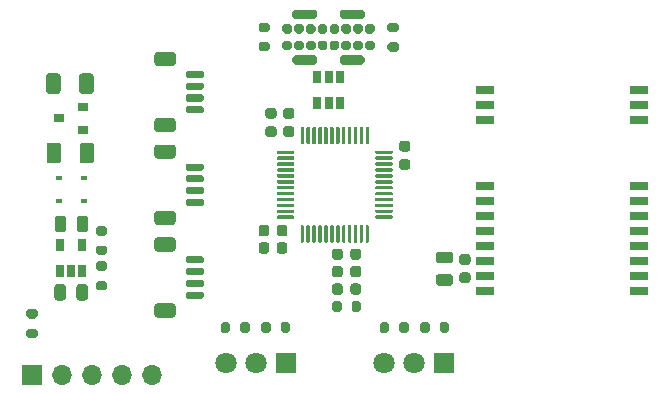
<source format=gbr>
%TF.GenerationSoftware,KiCad,Pcbnew,5.1.8-db9833491~87~ubuntu20.04.1*%
%TF.CreationDate,2020-11-23T17:51:26+01:00*%
%TF.ProjectId,rosalyn-tx,726f7361-6c79-46e2-9d74-782e6b696361,v1.0*%
%TF.SameCoordinates,Original*%
%TF.FileFunction,Soldermask,Top*%
%TF.FilePolarity,Negative*%
%FSLAX46Y46*%
G04 Gerber Fmt 4.6, Leading zero omitted, Abs format (unit mm)*
G04 Created by KiCad (PCBNEW 5.1.8-db9833491~87~ubuntu20.04.1) date 2020-11-23 17:51:26*
%MOMM*%
%LPD*%
G01*
G04 APERTURE LIST*
%ADD10R,1.500000X0.750000*%
%ADD11R,0.650000X1.060000*%
%ADD12R,0.900000X0.800000*%
%ADD13R,0.600000X0.450000*%
%ADD14R,1.700000X1.700000*%
%ADD15O,1.700000X1.700000*%
%ADD16C,1.800000*%
%ADD17R,1.800000X1.800000*%
G04 APERTURE END LIST*
%TO.C,J1*%
G36*
G01*
X145740000Y-48400000D02*
X145740000Y-48000000D01*
G75*
G02*
X145940000Y-47800000I200000J0D01*
G01*
X146340000Y-47800000D01*
G75*
G02*
X146540000Y-48000000I0J-200000D01*
G01*
X146540000Y-48400000D01*
G75*
G02*
X146340000Y-48600000I-200000J0D01*
G01*
X145940000Y-48600000D01*
G75*
G02*
X145740000Y-48400000I0J200000D01*
G01*
G37*
G36*
G01*
X148740000Y-47000000D02*
X148740000Y-46600000D01*
G75*
G02*
X148940000Y-46400000I200000J0D01*
G01*
X149340000Y-46400000D01*
G75*
G02*
X149540000Y-46600000I0J-200000D01*
G01*
X149540000Y-47000000D01*
G75*
G02*
X149340000Y-47200000I-200000J0D01*
G01*
X148940000Y-47200000D01*
G75*
G02*
X148740000Y-47000000I0J200000D01*
G01*
G37*
G36*
G01*
X144590000Y-49630000D02*
X144590000Y-49230000D01*
G75*
G02*
X144790000Y-49030000I200000J0D01*
G01*
X146490000Y-49030000D01*
G75*
G02*
X146690000Y-49230000I0J-200000D01*
G01*
X146690000Y-49630000D01*
G75*
G02*
X146490000Y-49830000I-200000J0D01*
G01*
X144790000Y-49830000D01*
G75*
G02*
X144590000Y-49630000I0J200000D01*
G01*
G37*
G36*
G01*
X148590000Y-49630000D02*
X148590000Y-49230000D01*
G75*
G02*
X148790000Y-49030000I200000J0D01*
G01*
X150490000Y-49030000D01*
G75*
G02*
X150690000Y-49230000I0J-200000D01*
G01*
X150690000Y-49630000D01*
G75*
G02*
X150490000Y-49830000I-200000J0D01*
G01*
X148790000Y-49830000D01*
G75*
G02*
X148590000Y-49630000I0J200000D01*
G01*
G37*
G36*
G01*
X148590000Y-45770000D02*
X148590000Y-45370000D01*
G75*
G02*
X148790000Y-45170000I200000J0D01*
G01*
X150490000Y-45170000D01*
G75*
G02*
X150690000Y-45370000I0J-200000D01*
G01*
X150690000Y-45770000D01*
G75*
G02*
X150490000Y-45970000I-200000J0D01*
G01*
X148790000Y-45970000D01*
G75*
G02*
X148590000Y-45770000I0J200000D01*
G01*
G37*
G36*
G01*
X144590000Y-45770000D02*
X144590000Y-45370000D01*
G75*
G02*
X144790000Y-45170000I200000J0D01*
G01*
X146490000Y-45170000D01*
G75*
G02*
X146690000Y-45370000I0J-200000D01*
G01*
X146690000Y-45770000D01*
G75*
G02*
X146490000Y-45970000I-200000J0D01*
G01*
X144790000Y-45970000D01*
G75*
G02*
X144590000Y-45770000I0J200000D01*
G01*
G37*
G36*
G01*
X150740000Y-47000000D02*
X150740000Y-46600000D01*
G75*
G02*
X150940000Y-46400000I200000J0D01*
G01*
X151340000Y-46400000D01*
G75*
G02*
X151540000Y-46600000I0J-200000D01*
G01*
X151540000Y-47000000D01*
G75*
G02*
X151340000Y-47200000I-200000J0D01*
G01*
X150940000Y-47200000D01*
G75*
G02*
X150740000Y-47000000I0J200000D01*
G01*
G37*
G36*
G01*
X149740000Y-47000000D02*
X149740000Y-46600000D01*
G75*
G02*
X149940000Y-46400000I200000J0D01*
G01*
X150340000Y-46400000D01*
G75*
G02*
X150540000Y-46600000I0J-200000D01*
G01*
X150540000Y-47000000D01*
G75*
G02*
X150340000Y-47200000I-200000J0D01*
G01*
X149940000Y-47200000D01*
G75*
G02*
X149740000Y-47000000I0J200000D01*
G01*
G37*
G36*
G01*
X147740000Y-47000000D02*
X147740000Y-46600000D01*
G75*
G02*
X147940000Y-46400000I200000J0D01*
G01*
X148340000Y-46400000D01*
G75*
G02*
X148540000Y-46600000I0J-200000D01*
G01*
X148540000Y-47000000D01*
G75*
G02*
X148340000Y-47200000I-200000J0D01*
G01*
X147940000Y-47200000D01*
G75*
G02*
X147740000Y-47000000I0J200000D01*
G01*
G37*
G36*
G01*
X146740000Y-47000000D02*
X146740000Y-46600000D01*
G75*
G02*
X146940000Y-46400000I200000J0D01*
G01*
X147340000Y-46400000D01*
G75*
G02*
X147540000Y-46600000I0J-200000D01*
G01*
X147540000Y-47000000D01*
G75*
G02*
X147340000Y-47200000I-200000J0D01*
G01*
X146940000Y-47200000D01*
G75*
G02*
X146740000Y-47000000I0J200000D01*
G01*
G37*
G36*
G01*
X145740000Y-47000000D02*
X145740000Y-46600000D01*
G75*
G02*
X145940000Y-46400000I200000J0D01*
G01*
X146340000Y-46400000D01*
G75*
G02*
X146540000Y-46600000I0J-200000D01*
G01*
X146540000Y-47000000D01*
G75*
G02*
X146340000Y-47200000I-200000J0D01*
G01*
X145940000Y-47200000D01*
G75*
G02*
X145740000Y-47000000I0J200000D01*
G01*
G37*
G36*
G01*
X144740000Y-47000000D02*
X144740000Y-46600000D01*
G75*
G02*
X144940000Y-46400000I200000J0D01*
G01*
X145340000Y-46400000D01*
G75*
G02*
X145540000Y-46600000I0J-200000D01*
G01*
X145540000Y-47000000D01*
G75*
G02*
X145340000Y-47200000I-200000J0D01*
G01*
X144940000Y-47200000D01*
G75*
G02*
X144740000Y-47000000I0J200000D01*
G01*
G37*
G36*
G01*
X143740000Y-47000000D02*
X143740000Y-46600000D01*
G75*
G02*
X143940000Y-46400000I200000J0D01*
G01*
X144340000Y-46400000D01*
G75*
G02*
X144540000Y-46600000I0J-200000D01*
G01*
X144540000Y-47000000D01*
G75*
G02*
X144340000Y-47200000I-200000J0D01*
G01*
X143940000Y-47200000D01*
G75*
G02*
X143740000Y-47000000I0J200000D01*
G01*
G37*
G36*
G01*
X143740000Y-48400000D02*
X143740000Y-48000000D01*
G75*
G02*
X143940000Y-47800000I200000J0D01*
G01*
X144340000Y-47800000D01*
G75*
G02*
X144540000Y-48000000I0J-200000D01*
G01*
X144540000Y-48400000D01*
G75*
G02*
X144340000Y-48600000I-200000J0D01*
G01*
X143940000Y-48600000D01*
G75*
G02*
X143740000Y-48400000I0J200000D01*
G01*
G37*
G36*
G01*
X144740000Y-48400000D02*
X144740000Y-48000000D01*
G75*
G02*
X144940000Y-47800000I200000J0D01*
G01*
X145340000Y-47800000D01*
G75*
G02*
X145540000Y-48000000I0J-200000D01*
G01*
X145540000Y-48400000D01*
G75*
G02*
X145340000Y-48600000I-200000J0D01*
G01*
X144940000Y-48600000D01*
G75*
G02*
X144740000Y-48400000I0J200000D01*
G01*
G37*
G36*
G01*
X146740000Y-48400000D02*
X146740000Y-48000000D01*
G75*
G02*
X146940000Y-47800000I200000J0D01*
G01*
X147340000Y-47800000D01*
G75*
G02*
X147540000Y-48000000I0J-200000D01*
G01*
X147540000Y-48400000D01*
G75*
G02*
X147340000Y-48600000I-200000J0D01*
G01*
X146940000Y-48600000D01*
G75*
G02*
X146740000Y-48400000I0J200000D01*
G01*
G37*
G36*
G01*
X150740000Y-48400000D02*
X150740000Y-48000000D01*
G75*
G02*
X150940000Y-47800000I200000J0D01*
G01*
X151340000Y-47800000D01*
G75*
G02*
X151540000Y-48000000I0J-200000D01*
G01*
X151540000Y-48400000D01*
G75*
G02*
X151340000Y-48600000I-200000J0D01*
G01*
X150940000Y-48600000D01*
G75*
G02*
X150740000Y-48400000I0J200000D01*
G01*
G37*
G36*
G01*
X149740000Y-48400000D02*
X149740000Y-48000000D01*
G75*
G02*
X149940000Y-47800000I200000J0D01*
G01*
X150340000Y-47800000D01*
G75*
G02*
X150540000Y-48000000I0J-200000D01*
G01*
X150540000Y-48400000D01*
G75*
G02*
X150340000Y-48600000I-200000J0D01*
G01*
X149940000Y-48600000D01*
G75*
G02*
X149740000Y-48400000I0J200000D01*
G01*
G37*
G36*
G01*
X148740000Y-48400000D02*
X148740000Y-48000000D01*
G75*
G02*
X148940000Y-47800000I200000J0D01*
G01*
X149340000Y-47800000D01*
G75*
G02*
X149540000Y-48000000I0J-200000D01*
G01*
X149540000Y-48400000D01*
G75*
G02*
X149340000Y-48600000I-200000J0D01*
G01*
X148940000Y-48600000D01*
G75*
G02*
X148740000Y-48400000I0J200000D01*
G01*
G37*
G36*
G01*
X147740000Y-48400000D02*
X147740000Y-48000000D01*
G75*
G02*
X147940000Y-47800000I200000J0D01*
G01*
X148340000Y-47800000D01*
G75*
G02*
X148540000Y-48000000I0J-200000D01*
G01*
X148540000Y-48400000D01*
G75*
G02*
X148340000Y-48600000I-200000J0D01*
G01*
X147940000Y-48600000D01*
G75*
G02*
X147740000Y-48400000I0J200000D01*
G01*
G37*
%TD*%
%TO.C,J5*%
G36*
G01*
X134450001Y-65650000D02*
X133149999Y-65650000D01*
G75*
G02*
X132900000Y-65400001I0J249999D01*
G01*
X132900000Y-64699999D01*
G75*
G02*
X133149999Y-64450000I249999J0D01*
G01*
X134450001Y-64450000D01*
G75*
G02*
X134700000Y-64699999I0J-249999D01*
G01*
X134700000Y-65400001D01*
G75*
G02*
X134450001Y-65650000I-249999J0D01*
G01*
G37*
G36*
G01*
X134450001Y-71250000D02*
X133149999Y-71250000D01*
G75*
G02*
X132900000Y-71000001I0J249999D01*
G01*
X132900000Y-70299999D01*
G75*
G02*
X133149999Y-70050000I249999J0D01*
G01*
X134450001Y-70050000D01*
G75*
G02*
X134700000Y-70299999I0J-249999D01*
G01*
X134700000Y-71000001D01*
G75*
G02*
X134450001Y-71250000I-249999J0D01*
G01*
G37*
G36*
G01*
X136950000Y-66650000D02*
X135700000Y-66650000D01*
G75*
G02*
X135550000Y-66500000I0J150000D01*
G01*
X135550000Y-66200000D01*
G75*
G02*
X135700000Y-66050000I150000J0D01*
G01*
X136950000Y-66050000D01*
G75*
G02*
X137100000Y-66200000I0J-150000D01*
G01*
X137100000Y-66500000D01*
G75*
G02*
X136950000Y-66650000I-150000J0D01*
G01*
G37*
G36*
G01*
X136950000Y-67650000D02*
X135700000Y-67650000D01*
G75*
G02*
X135550000Y-67500000I0J150000D01*
G01*
X135550000Y-67200000D01*
G75*
G02*
X135700000Y-67050000I150000J0D01*
G01*
X136950000Y-67050000D01*
G75*
G02*
X137100000Y-67200000I0J-150000D01*
G01*
X137100000Y-67500000D01*
G75*
G02*
X136950000Y-67650000I-150000J0D01*
G01*
G37*
G36*
G01*
X136950000Y-68650000D02*
X135700000Y-68650000D01*
G75*
G02*
X135550000Y-68500000I0J150000D01*
G01*
X135550000Y-68200000D01*
G75*
G02*
X135700000Y-68050000I150000J0D01*
G01*
X136950000Y-68050000D01*
G75*
G02*
X137100000Y-68200000I0J-150000D01*
G01*
X137100000Y-68500000D01*
G75*
G02*
X136950000Y-68650000I-150000J0D01*
G01*
G37*
G36*
G01*
X136950000Y-69650000D02*
X135700000Y-69650000D01*
G75*
G02*
X135550000Y-69500000I0J150000D01*
G01*
X135550000Y-69200000D01*
G75*
G02*
X135700000Y-69050000I150000J0D01*
G01*
X136950000Y-69050000D01*
G75*
G02*
X137100000Y-69200000I0J-150000D01*
G01*
X137100000Y-69500000D01*
G75*
G02*
X136950000Y-69650000I-150000J0D01*
G01*
G37*
%TD*%
%TO.C,J4*%
G36*
G01*
X134450001Y-57800000D02*
X133149999Y-57800000D01*
G75*
G02*
X132900000Y-57550001I0J249999D01*
G01*
X132900000Y-56849999D01*
G75*
G02*
X133149999Y-56600000I249999J0D01*
G01*
X134450001Y-56600000D01*
G75*
G02*
X134700000Y-56849999I0J-249999D01*
G01*
X134700000Y-57550001D01*
G75*
G02*
X134450001Y-57800000I-249999J0D01*
G01*
G37*
G36*
G01*
X134450001Y-63400000D02*
X133149999Y-63400000D01*
G75*
G02*
X132900000Y-63150001I0J249999D01*
G01*
X132900000Y-62449999D01*
G75*
G02*
X133149999Y-62200000I249999J0D01*
G01*
X134450001Y-62200000D01*
G75*
G02*
X134700000Y-62449999I0J-249999D01*
G01*
X134700000Y-63150001D01*
G75*
G02*
X134450001Y-63400000I-249999J0D01*
G01*
G37*
G36*
G01*
X136950000Y-58800000D02*
X135700000Y-58800000D01*
G75*
G02*
X135550000Y-58650000I0J150000D01*
G01*
X135550000Y-58350000D01*
G75*
G02*
X135700000Y-58200000I150000J0D01*
G01*
X136950000Y-58200000D01*
G75*
G02*
X137100000Y-58350000I0J-150000D01*
G01*
X137100000Y-58650000D01*
G75*
G02*
X136950000Y-58800000I-150000J0D01*
G01*
G37*
G36*
G01*
X136950000Y-59800000D02*
X135700000Y-59800000D01*
G75*
G02*
X135550000Y-59650000I0J150000D01*
G01*
X135550000Y-59350000D01*
G75*
G02*
X135700000Y-59200000I150000J0D01*
G01*
X136950000Y-59200000D01*
G75*
G02*
X137100000Y-59350000I0J-150000D01*
G01*
X137100000Y-59650000D01*
G75*
G02*
X136950000Y-59800000I-150000J0D01*
G01*
G37*
G36*
G01*
X136950000Y-60800000D02*
X135700000Y-60800000D01*
G75*
G02*
X135550000Y-60650000I0J150000D01*
G01*
X135550000Y-60350000D01*
G75*
G02*
X135700000Y-60200000I150000J0D01*
G01*
X136950000Y-60200000D01*
G75*
G02*
X137100000Y-60350000I0J-150000D01*
G01*
X137100000Y-60650000D01*
G75*
G02*
X136950000Y-60800000I-150000J0D01*
G01*
G37*
G36*
G01*
X136950000Y-61800000D02*
X135700000Y-61800000D01*
G75*
G02*
X135550000Y-61650000I0J150000D01*
G01*
X135550000Y-61350000D01*
G75*
G02*
X135700000Y-61200000I150000J0D01*
G01*
X136950000Y-61200000D01*
G75*
G02*
X137100000Y-61350000I0J-150000D01*
G01*
X137100000Y-61650000D01*
G75*
G02*
X136950000Y-61800000I-150000J0D01*
G01*
G37*
%TD*%
%TO.C,J2*%
G36*
G01*
X134450001Y-49950000D02*
X133149999Y-49950000D01*
G75*
G02*
X132900000Y-49700001I0J249999D01*
G01*
X132900000Y-48999999D01*
G75*
G02*
X133149999Y-48750000I249999J0D01*
G01*
X134450001Y-48750000D01*
G75*
G02*
X134700000Y-48999999I0J-249999D01*
G01*
X134700000Y-49700001D01*
G75*
G02*
X134450001Y-49950000I-249999J0D01*
G01*
G37*
G36*
G01*
X134450001Y-55550000D02*
X133149999Y-55550000D01*
G75*
G02*
X132900000Y-55300001I0J249999D01*
G01*
X132900000Y-54599999D01*
G75*
G02*
X133149999Y-54350000I249999J0D01*
G01*
X134450001Y-54350000D01*
G75*
G02*
X134700000Y-54599999I0J-249999D01*
G01*
X134700000Y-55300001D01*
G75*
G02*
X134450001Y-55550000I-249999J0D01*
G01*
G37*
G36*
G01*
X136950000Y-50950000D02*
X135700000Y-50950000D01*
G75*
G02*
X135550000Y-50800000I0J150000D01*
G01*
X135550000Y-50500000D01*
G75*
G02*
X135700000Y-50350000I150000J0D01*
G01*
X136950000Y-50350000D01*
G75*
G02*
X137100000Y-50500000I0J-150000D01*
G01*
X137100000Y-50800000D01*
G75*
G02*
X136950000Y-50950000I-150000J0D01*
G01*
G37*
G36*
G01*
X136950000Y-51950000D02*
X135700000Y-51950000D01*
G75*
G02*
X135550000Y-51800000I0J150000D01*
G01*
X135550000Y-51500000D01*
G75*
G02*
X135700000Y-51350000I150000J0D01*
G01*
X136950000Y-51350000D01*
G75*
G02*
X137100000Y-51500000I0J-150000D01*
G01*
X137100000Y-51800000D01*
G75*
G02*
X136950000Y-51950000I-150000J0D01*
G01*
G37*
G36*
G01*
X136950000Y-52950000D02*
X135700000Y-52950000D01*
G75*
G02*
X135550000Y-52800000I0J150000D01*
G01*
X135550000Y-52500000D01*
G75*
G02*
X135700000Y-52350000I150000J0D01*
G01*
X136950000Y-52350000D01*
G75*
G02*
X137100000Y-52500000I0J-150000D01*
G01*
X137100000Y-52800000D01*
G75*
G02*
X136950000Y-52950000I-150000J0D01*
G01*
G37*
G36*
G01*
X136950000Y-53950000D02*
X135700000Y-53950000D01*
G75*
G02*
X135550000Y-53800000I0J150000D01*
G01*
X135550000Y-53500000D01*
G75*
G02*
X135700000Y-53350000I150000J0D01*
G01*
X136950000Y-53350000D01*
G75*
G02*
X137100000Y-53500000I0J-150000D01*
G01*
X137100000Y-53800000D01*
G75*
G02*
X136950000Y-53950000I-150000J0D01*
G01*
G37*
%TD*%
D10*
%TO.C,U4*%
X173900000Y-52000000D03*
X173900000Y-53270000D03*
X173900000Y-54540000D03*
X173900000Y-60110000D03*
X173900000Y-61380000D03*
X173900000Y-62650000D03*
X173900000Y-63920000D03*
X173900000Y-65190000D03*
X173900000Y-66460000D03*
X173900000Y-67730000D03*
X173900000Y-69000000D03*
X160900000Y-69000000D03*
X160900000Y-67730000D03*
X160900000Y-66460000D03*
X160900000Y-65190000D03*
X160900000Y-63920000D03*
X160900000Y-62650000D03*
X160900000Y-61380000D03*
X160900000Y-60110000D03*
X160900000Y-54540000D03*
X160900000Y-53270000D03*
X160900000Y-52000000D03*
%TD*%
%TO.C,C14*%
G36*
G01*
X156985000Y-67550000D02*
X157935000Y-67550000D01*
G75*
G02*
X158185000Y-67800000I0J-250000D01*
G01*
X158185000Y-68300000D01*
G75*
G02*
X157935000Y-68550000I-250000J0D01*
G01*
X156985000Y-68550000D01*
G75*
G02*
X156735000Y-68300000I0J250000D01*
G01*
X156735000Y-67800000D01*
G75*
G02*
X156985000Y-67550000I250000J0D01*
G01*
G37*
G36*
G01*
X156985000Y-65650000D02*
X157935000Y-65650000D01*
G75*
G02*
X158185000Y-65900000I0J-250000D01*
G01*
X158185000Y-66400000D01*
G75*
G02*
X157935000Y-66650000I-250000J0D01*
G01*
X156985000Y-66650000D01*
G75*
G02*
X156735000Y-66400000I0J250000D01*
G01*
X156735000Y-65900000D01*
G75*
G02*
X156985000Y-65650000I250000J0D01*
G01*
G37*
%TD*%
%TO.C,C9*%
G36*
G01*
X154340000Y-57185000D02*
X153840000Y-57185000D01*
G75*
G02*
X153615000Y-56960000I0J225000D01*
G01*
X153615000Y-56510000D01*
G75*
G02*
X153840000Y-56285000I225000J0D01*
G01*
X154340000Y-56285000D01*
G75*
G02*
X154565000Y-56510000I0J-225000D01*
G01*
X154565000Y-56960000D01*
G75*
G02*
X154340000Y-57185000I-225000J0D01*
G01*
G37*
G36*
G01*
X154340000Y-58735000D02*
X153840000Y-58735000D01*
G75*
G02*
X153615000Y-58510000I0J225000D01*
G01*
X153615000Y-58060000D01*
G75*
G02*
X153840000Y-57835000I225000J0D01*
G01*
X154340000Y-57835000D01*
G75*
G02*
X154565000Y-58060000I0J-225000D01*
G01*
X154565000Y-58510000D01*
G75*
G02*
X154340000Y-58735000I-225000J0D01*
G01*
G37*
%TD*%
%TO.C,C6*%
G36*
G01*
X144020000Y-55055000D02*
X144520000Y-55055000D01*
G75*
G02*
X144745000Y-55280000I0J-225000D01*
G01*
X144745000Y-55730000D01*
G75*
G02*
X144520000Y-55955000I-225000J0D01*
G01*
X144020000Y-55955000D01*
G75*
G02*
X143795000Y-55730000I0J225000D01*
G01*
X143795000Y-55280000D01*
G75*
G02*
X144020000Y-55055000I225000J0D01*
G01*
G37*
G36*
G01*
X144020000Y-53505000D02*
X144520000Y-53505000D01*
G75*
G02*
X144745000Y-53730000I0J-225000D01*
G01*
X144745000Y-54180000D01*
G75*
G02*
X144520000Y-54405000I-225000J0D01*
G01*
X144020000Y-54405000D01*
G75*
G02*
X143795000Y-54180000I0J225000D01*
G01*
X143795000Y-53730000D01*
G75*
G02*
X144020000Y-53505000I225000J0D01*
G01*
G37*
%TD*%
D11*
%TO.C,U5*%
X146700000Y-53100000D03*
X147650000Y-53100000D03*
X148600000Y-53100000D03*
X148600000Y-50900000D03*
X146700000Y-50900000D03*
X147650000Y-50900000D03*
%TD*%
%TO.C,C2*%
G36*
G01*
X125420000Y-62863750D02*
X125420000Y-63776250D01*
G75*
G02*
X125176250Y-64020000I-243750J0D01*
G01*
X124688750Y-64020000D01*
G75*
G02*
X124445000Y-63776250I0J243750D01*
G01*
X124445000Y-62863750D01*
G75*
G02*
X124688750Y-62620000I243750J0D01*
G01*
X125176250Y-62620000D01*
G75*
G02*
X125420000Y-62863750I0J-243750D01*
G01*
G37*
G36*
G01*
X127295000Y-62863750D02*
X127295000Y-63776250D01*
G75*
G02*
X127051250Y-64020000I-243750J0D01*
G01*
X126563750Y-64020000D01*
G75*
G02*
X126320000Y-63776250I0J243750D01*
G01*
X126320000Y-62863750D01*
G75*
G02*
X126563750Y-62620000I243750J0D01*
G01*
X127051250Y-62620000D01*
G75*
G02*
X127295000Y-62863750I0J-243750D01*
G01*
G37*
%TD*%
%TO.C,C1*%
G36*
G01*
X126300000Y-69566250D02*
X126300000Y-68653750D01*
G75*
G02*
X126543750Y-68410000I243750J0D01*
G01*
X127031250Y-68410000D01*
G75*
G02*
X127275000Y-68653750I0J-243750D01*
G01*
X127275000Y-69566250D01*
G75*
G02*
X127031250Y-69810000I-243750J0D01*
G01*
X126543750Y-69810000D01*
G75*
G02*
X126300000Y-69566250I0J243750D01*
G01*
G37*
G36*
G01*
X124425000Y-69566250D02*
X124425000Y-68653750D01*
G75*
G02*
X124668750Y-68410000I243750J0D01*
G01*
X125156250Y-68410000D01*
G75*
G02*
X125400000Y-68653750I0J-243750D01*
G01*
X125400000Y-69566250D01*
G75*
G02*
X125156250Y-69810000I-243750J0D01*
G01*
X124668750Y-69810000D01*
G75*
G02*
X124425000Y-69566250I0J243750D01*
G01*
G37*
%TD*%
%TO.C,U1*%
X124900000Y-65120000D03*
X126800000Y-65120000D03*
X126800000Y-67320000D03*
X125850000Y-67320000D03*
X124900000Y-67320000D03*
%TD*%
D12*
%TO.C,U2*%
X126830000Y-55330000D03*
X126830000Y-53430000D03*
X124830000Y-54380000D03*
%TD*%
D13*
%TO.C,D1*%
X124840000Y-59440000D03*
X126940000Y-59440000D03*
%TD*%
%TO.C,D2*%
X126940000Y-61390000D03*
X124840000Y-61390000D03*
%TD*%
%TO.C,C5*%
G36*
G01*
X147945000Y-69080000D02*
X147945000Y-68580000D01*
G75*
G02*
X148170000Y-68355000I225000J0D01*
G01*
X148620000Y-68355000D01*
G75*
G02*
X148845000Y-68580000I0J-225000D01*
G01*
X148845000Y-69080000D01*
G75*
G02*
X148620000Y-69305000I-225000J0D01*
G01*
X148170000Y-69305000D01*
G75*
G02*
X147945000Y-69080000I0J225000D01*
G01*
G37*
G36*
G01*
X149495000Y-69080000D02*
X149495000Y-68580000D01*
G75*
G02*
X149720000Y-68355000I225000J0D01*
G01*
X150170000Y-68355000D01*
G75*
G02*
X150395000Y-68580000I0J-225000D01*
G01*
X150395000Y-69080000D01*
G75*
G02*
X150170000Y-69305000I-225000J0D01*
G01*
X149720000Y-69305000D01*
G75*
G02*
X149495000Y-69080000I0J225000D01*
G01*
G37*
%TD*%
%TO.C,C10*%
G36*
G01*
X158940000Y-67425000D02*
X159440000Y-67425000D01*
G75*
G02*
X159665000Y-67650000I0J-225000D01*
G01*
X159665000Y-68100000D01*
G75*
G02*
X159440000Y-68325000I-225000J0D01*
G01*
X158940000Y-68325000D01*
G75*
G02*
X158715000Y-68100000I0J225000D01*
G01*
X158715000Y-67650000D01*
G75*
G02*
X158940000Y-67425000I225000J0D01*
G01*
G37*
G36*
G01*
X158940000Y-65875000D02*
X159440000Y-65875000D01*
G75*
G02*
X159665000Y-66100000I0J-225000D01*
G01*
X159665000Y-66550000D01*
G75*
G02*
X159440000Y-66775000I-225000J0D01*
G01*
X158940000Y-66775000D01*
G75*
G02*
X158715000Y-66550000I0J225000D01*
G01*
X158715000Y-66100000D01*
G75*
G02*
X158940000Y-65875000I225000J0D01*
G01*
G37*
%TD*%
%TO.C,R3*%
G36*
G01*
X128135000Y-63495000D02*
X128685000Y-63495000D01*
G75*
G02*
X128885000Y-63695000I0J-200000D01*
G01*
X128885000Y-64095000D01*
G75*
G02*
X128685000Y-64295000I-200000J0D01*
G01*
X128135000Y-64295000D01*
G75*
G02*
X127935000Y-64095000I0J200000D01*
G01*
X127935000Y-63695000D01*
G75*
G02*
X128135000Y-63495000I200000J0D01*
G01*
G37*
G36*
G01*
X128135000Y-65145000D02*
X128685000Y-65145000D01*
G75*
G02*
X128885000Y-65345000I0J-200000D01*
G01*
X128885000Y-65745000D01*
G75*
G02*
X128685000Y-65945000I-200000J0D01*
G01*
X128135000Y-65945000D01*
G75*
G02*
X127935000Y-65745000I0J200000D01*
G01*
X127935000Y-65345000D01*
G75*
G02*
X128135000Y-65145000I200000J0D01*
G01*
G37*
%TD*%
%TO.C,C8*%
G36*
G01*
X149495000Y-66130000D02*
X149495000Y-65630000D01*
G75*
G02*
X149720000Y-65405000I225000J0D01*
G01*
X150170000Y-65405000D01*
G75*
G02*
X150395000Y-65630000I0J-225000D01*
G01*
X150395000Y-66130000D01*
G75*
G02*
X150170000Y-66355000I-225000J0D01*
G01*
X149720000Y-66355000D01*
G75*
G02*
X149495000Y-66130000I0J225000D01*
G01*
G37*
G36*
G01*
X147945000Y-66130000D02*
X147945000Y-65630000D01*
G75*
G02*
X148170000Y-65405000I225000J0D01*
G01*
X148620000Y-65405000D01*
G75*
G02*
X148845000Y-65630000I0J-225000D01*
G01*
X148845000Y-66130000D01*
G75*
G02*
X148620000Y-66355000I-225000J0D01*
G01*
X148170000Y-66355000D01*
G75*
G02*
X147945000Y-66130000I0J225000D01*
G01*
G37*
%TD*%
%TO.C,C7*%
G36*
G01*
X141715000Y-64130000D02*
X141715000Y-63630000D01*
G75*
G02*
X141940000Y-63405000I225000J0D01*
G01*
X142390000Y-63405000D01*
G75*
G02*
X142615000Y-63630000I0J-225000D01*
G01*
X142615000Y-64130000D01*
G75*
G02*
X142390000Y-64355000I-225000J0D01*
G01*
X141940000Y-64355000D01*
G75*
G02*
X141715000Y-64130000I0J225000D01*
G01*
G37*
G36*
G01*
X143265000Y-64130000D02*
X143265000Y-63630000D01*
G75*
G02*
X143490000Y-63405000I225000J0D01*
G01*
X143940000Y-63405000D01*
G75*
G02*
X144165000Y-63630000I0J-225000D01*
G01*
X144165000Y-64130000D01*
G75*
G02*
X143940000Y-64355000I-225000J0D01*
G01*
X143490000Y-64355000D01*
G75*
G02*
X143265000Y-64130000I0J225000D01*
G01*
G37*
%TD*%
%TO.C,C3*%
G36*
G01*
X126565000Y-57935000D02*
X126565000Y-56685000D01*
G75*
G02*
X126815000Y-56435000I250000J0D01*
G01*
X127565000Y-56435000D01*
G75*
G02*
X127815000Y-56685000I0J-250000D01*
G01*
X127815000Y-57935000D01*
G75*
G02*
X127565000Y-58185000I-250000J0D01*
G01*
X126815000Y-58185000D01*
G75*
G02*
X126565000Y-57935000I0J250000D01*
G01*
G37*
G36*
G01*
X123765000Y-57935000D02*
X123765000Y-56685000D01*
G75*
G02*
X124015000Y-56435000I250000J0D01*
G01*
X124765000Y-56435000D01*
G75*
G02*
X125015000Y-56685000I0J-250000D01*
G01*
X125015000Y-57935000D01*
G75*
G02*
X124765000Y-58185000I-250000J0D01*
G01*
X124015000Y-58185000D01*
G75*
G02*
X123765000Y-57935000I0J250000D01*
G01*
G37*
%TD*%
%TO.C,C4*%
G36*
G01*
X124965000Y-50815000D02*
X124965000Y-52065000D01*
G75*
G02*
X124715000Y-52315000I-250000J0D01*
G01*
X123965000Y-52315000D01*
G75*
G02*
X123715000Y-52065000I0J250000D01*
G01*
X123715000Y-50815000D01*
G75*
G02*
X123965000Y-50565000I250000J0D01*
G01*
X124715000Y-50565000D01*
G75*
G02*
X124965000Y-50815000I0J-250000D01*
G01*
G37*
G36*
G01*
X127765000Y-50815000D02*
X127765000Y-52065000D01*
G75*
G02*
X127515000Y-52315000I-250000J0D01*
G01*
X126765000Y-52315000D01*
G75*
G02*
X126515000Y-52065000I0J250000D01*
G01*
X126515000Y-50815000D01*
G75*
G02*
X126765000Y-50565000I250000J0D01*
G01*
X127515000Y-50565000D01*
G75*
G02*
X127765000Y-50815000I0J-250000D01*
G01*
G37*
%TD*%
%TO.C,R1*%
G36*
G01*
X142465000Y-47065000D02*
X141915000Y-47065000D01*
G75*
G02*
X141715000Y-46865000I0J200000D01*
G01*
X141715000Y-46465000D01*
G75*
G02*
X141915000Y-46265000I200000J0D01*
G01*
X142465000Y-46265000D01*
G75*
G02*
X142665000Y-46465000I0J-200000D01*
G01*
X142665000Y-46865000D01*
G75*
G02*
X142465000Y-47065000I-200000J0D01*
G01*
G37*
G36*
G01*
X142465000Y-48715000D02*
X141915000Y-48715000D01*
G75*
G02*
X141715000Y-48515000I0J200000D01*
G01*
X141715000Y-48115000D01*
G75*
G02*
X141915000Y-47915000I200000J0D01*
G01*
X142465000Y-47915000D01*
G75*
G02*
X142665000Y-48115000I0J-200000D01*
G01*
X142665000Y-48515000D01*
G75*
G02*
X142465000Y-48715000I-200000J0D01*
G01*
G37*
%TD*%
%TO.C,R4*%
G36*
G01*
X128135000Y-66495000D02*
X128685000Y-66495000D01*
G75*
G02*
X128885000Y-66695000I0J-200000D01*
G01*
X128885000Y-67095000D01*
G75*
G02*
X128685000Y-67295000I-200000J0D01*
G01*
X128135000Y-67295000D01*
G75*
G02*
X127935000Y-67095000I0J200000D01*
G01*
X127935000Y-66695000D01*
G75*
G02*
X128135000Y-66495000I200000J0D01*
G01*
G37*
G36*
G01*
X128135000Y-68145000D02*
X128685000Y-68145000D01*
G75*
G02*
X128885000Y-68345000I0J-200000D01*
G01*
X128885000Y-68745000D01*
G75*
G02*
X128685000Y-68945000I-200000J0D01*
G01*
X128135000Y-68945000D01*
G75*
G02*
X127935000Y-68745000I0J200000D01*
G01*
X127935000Y-68345000D01*
G75*
G02*
X128135000Y-68145000I200000J0D01*
G01*
G37*
%TD*%
D14*
%TO.C,J3*%
X122540000Y-76070000D03*
D15*
X125080000Y-76070000D03*
X127620000Y-76070000D03*
X130160000Y-76070000D03*
X132700000Y-76070000D03*
%TD*%
%TO.C,R5*%
G36*
G01*
X139315000Y-71815000D02*
X139315000Y-72365000D01*
G75*
G02*
X139115000Y-72565000I-200000J0D01*
G01*
X138715000Y-72565000D01*
G75*
G02*
X138515000Y-72365000I0J200000D01*
G01*
X138515000Y-71815000D01*
G75*
G02*
X138715000Y-71615000I200000J0D01*
G01*
X139115000Y-71615000D01*
G75*
G02*
X139315000Y-71815000I0J-200000D01*
G01*
G37*
G36*
G01*
X140965000Y-71815000D02*
X140965000Y-72365000D01*
G75*
G02*
X140765000Y-72565000I-200000J0D01*
G01*
X140365000Y-72565000D01*
G75*
G02*
X140165000Y-72365000I0J200000D01*
G01*
X140165000Y-71815000D01*
G75*
G02*
X140365000Y-71615000I200000J0D01*
G01*
X140765000Y-71615000D01*
G75*
G02*
X140965000Y-71815000I0J-200000D01*
G01*
G37*
%TD*%
%TO.C,R6*%
G36*
G01*
X141945000Y-72355000D02*
X141945000Y-71805000D01*
G75*
G02*
X142145000Y-71605000I200000J0D01*
G01*
X142545000Y-71605000D01*
G75*
G02*
X142745000Y-71805000I0J-200000D01*
G01*
X142745000Y-72355000D01*
G75*
G02*
X142545000Y-72555000I-200000J0D01*
G01*
X142145000Y-72555000D01*
G75*
G02*
X141945000Y-72355000I0J200000D01*
G01*
G37*
G36*
G01*
X143595000Y-72355000D02*
X143595000Y-71805000D01*
G75*
G02*
X143795000Y-71605000I200000J0D01*
G01*
X144195000Y-71605000D01*
G75*
G02*
X144395000Y-71805000I0J-200000D01*
G01*
X144395000Y-72355000D01*
G75*
G02*
X144195000Y-72555000I-200000J0D01*
G01*
X143795000Y-72555000D01*
G75*
G02*
X143595000Y-72355000I0J200000D01*
G01*
G37*
%TD*%
%TO.C,U3*%
G36*
G01*
X145500000Y-64900000D02*
X145350000Y-64900000D01*
G75*
G02*
X145275000Y-64825000I0J75000D01*
G01*
X145275000Y-63500000D01*
G75*
G02*
X145350000Y-63425000I75000J0D01*
G01*
X145500000Y-63425000D01*
G75*
G02*
X145575000Y-63500000I0J-75000D01*
G01*
X145575000Y-64825000D01*
G75*
G02*
X145500000Y-64900000I-75000J0D01*
G01*
G37*
G36*
G01*
X146000000Y-64900000D02*
X145850000Y-64900000D01*
G75*
G02*
X145775000Y-64825000I0J75000D01*
G01*
X145775000Y-63500000D01*
G75*
G02*
X145850000Y-63425000I75000J0D01*
G01*
X146000000Y-63425000D01*
G75*
G02*
X146075000Y-63500000I0J-75000D01*
G01*
X146075000Y-64825000D01*
G75*
G02*
X146000000Y-64900000I-75000J0D01*
G01*
G37*
G36*
G01*
X146500000Y-64900000D02*
X146350000Y-64900000D01*
G75*
G02*
X146275000Y-64825000I0J75000D01*
G01*
X146275000Y-63500000D01*
G75*
G02*
X146350000Y-63425000I75000J0D01*
G01*
X146500000Y-63425000D01*
G75*
G02*
X146575000Y-63500000I0J-75000D01*
G01*
X146575000Y-64825000D01*
G75*
G02*
X146500000Y-64900000I-75000J0D01*
G01*
G37*
G36*
G01*
X147000000Y-64900000D02*
X146850000Y-64900000D01*
G75*
G02*
X146775000Y-64825000I0J75000D01*
G01*
X146775000Y-63500000D01*
G75*
G02*
X146850000Y-63425000I75000J0D01*
G01*
X147000000Y-63425000D01*
G75*
G02*
X147075000Y-63500000I0J-75000D01*
G01*
X147075000Y-64825000D01*
G75*
G02*
X147000000Y-64900000I-75000J0D01*
G01*
G37*
G36*
G01*
X147500000Y-64900000D02*
X147350000Y-64900000D01*
G75*
G02*
X147275000Y-64825000I0J75000D01*
G01*
X147275000Y-63500000D01*
G75*
G02*
X147350000Y-63425000I75000J0D01*
G01*
X147500000Y-63425000D01*
G75*
G02*
X147575000Y-63500000I0J-75000D01*
G01*
X147575000Y-64825000D01*
G75*
G02*
X147500000Y-64900000I-75000J0D01*
G01*
G37*
G36*
G01*
X148000000Y-64900000D02*
X147850000Y-64900000D01*
G75*
G02*
X147775000Y-64825000I0J75000D01*
G01*
X147775000Y-63500000D01*
G75*
G02*
X147850000Y-63425000I75000J0D01*
G01*
X148000000Y-63425000D01*
G75*
G02*
X148075000Y-63500000I0J-75000D01*
G01*
X148075000Y-64825000D01*
G75*
G02*
X148000000Y-64900000I-75000J0D01*
G01*
G37*
G36*
G01*
X148500000Y-64900000D02*
X148350000Y-64900000D01*
G75*
G02*
X148275000Y-64825000I0J75000D01*
G01*
X148275000Y-63500000D01*
G75*
G02*
X148350000Y-63425000I75000J0D01*
G01*
X148500000Y-63425000D01*
G75*
G02*
X148575000Y-63500000I0J-75000D01*
G01*
X148575000Y-64825000D01*
G75*
G02*
X148500000Y-64900000I-75000J0D01*
G01*
G37*
G36*
G01*
X149000000Y-64900000D02*
X148850000Y-64900000D01*
G75*
G02*
X148775000Y-64825000I0J75000D01*
G01*
X148775000Y-63500000D01*
G75*
G02*
X148850000Y-63425000I75000J0D01*
G01*
X149000000Y-63425000D01*
G75*
G02*
X149075000Y-63500000I0J-75000D01*
G01*
X149075000Y-64825000D01*
G75*
G02*
X149000000Y-64900000I-75000J0D01*
G01*
G37*
G36*
G01*
X149500000Y-64900000D02*
X149350000Y-64900000D01*
G75*
G02*
X149275000Y-64825000I0J75000D01*
G01*
X149275000Y-63500000D01*
G75*
G02*
X149350000Y-63425000I75000J0D01*
G01*
X149500000Y-63425000D01*
G75*
G02*
X149575000Y-63500000I0J-75000D01*
G01*
X149575000Y-64825000D01*
G75*
G02*
X149500000Y-64900000I-75000J0D01*
G01*
G37*
G36*
G01*
X150000000Y-64900000D02*
X149850000Y-64900000D01*
G75*
G02*
X149775000Y-64825000I0J75000D01*
G01*
X149775000Y-63500000D01*
G75*
G02*
X149850000Y-63425000I75000J0D01*
G01*
X150000000Y-63425000D01*
G75*
G02*
X150075000Y-63500000I0J-75000D01*
G01*
X150075000Y-64825000D01*
G75*
G02*
X150000000Y-64900000I-75000J0D01*
G01*
G37*
G36*
G01*
X150500000Y-64900000D02*
X150350000Y-64900000D01*
G75*
G02*
X150275000Y-64825000I0J75000D01*
G01*
X150275000Y-63500000D01*
G75*
G02*
X150350000Y-63425000I75000J0D01*
G01*
X150500000Y-63425000D01*
G75*
G02*
X150575000Y-63500000I0J-75000D01*
G01*
X150575000Y-64825000D01*
G75*
G02*
X150500000Y-64900000I-75000J0D01*
G01*
G37*
G36*
G01*
X151000000Y-64900000D02*
X150850000Y-64900000D01*
G75*
G02*
X150775000Y-64825000I0J75000D01*
G01*
X150775000Y-63500000D01*
G75*
G02*
X150850000Y-63425000I75000J0D01*
G01*
X151000000Y-63425000D01*
G75*
G02*
X151075000Y-63500000I0J-75000D01*
G01*
X151075000Y-64825000D01*
G75*
G02*
X151000000Y-64900000I-75000J0D01*
G01*
G37*
G36*
G01*
X153000000Y-62900000D02*
X151675000Y-62900000D01*
G75*
G02*
X151600000Y-62825000I0J75000D01*
G01*
X151600000Y-62675000D01*
G75*
G02*
X151675000Y-62600000I75000J0D01*
G01*
X153000000Y-62600000D01*
G75*
G02*
X153075000Y-62675000I0J-75000D01*
G01*
X153075000Y-62825000D01*
G75*
G02*
X153000000Y-62900000I-75000J0D01*
G01*
G37*
G36*
G01*
X153000000Y-62400000D02*
X151675000Y-62400000D01*
G75*
G02*
X151600000Y-62325000I0J75000D01*
G01*
X151600000Y-62175000D01*
G75*
G02*
X151675000Y-62100000I75000J0D01*
G01*
X153000000Y-62100000D01*
G75*
G02*
X153075000Y-62175000I0J-75000D01*
G01*
X153075000Y-62325000D01*
G75*
G02*
X153000000Y-62400000I-75000J0D01*
G01*
G37*
G36*
G01*
X153000000Y-61900000D02*
X151675000Y-61900000D01*
G75*
G02*
X151600000Y-61825000I0J75000D01*
G01*
X151600000Y-61675000D01*
G75*
G02*
X151675000Y-61600000I75000J0D01*
G01*
X153000000Y-61600000D01*
G75*
G02*
X153075000Y-61675000I0J-75000D01*
G01*
X153075000Y-61825000D01*
G75*
G02*
X153000000Y-61900000I-75000J0D01*
G01*
G37*
G36*
G01*
X153000000Y-61400000D02*
X151675000Y-61400000D01*
G75*
G02*
X151600000Y-61325000I0J75000D01*
G01*
X151600000Y-61175000D01*
G75*
G02*
X151675000Y-61100000I75000J0D01*
G01*
X153000000Y-61100000D01*
G75*
G02*
X153075000Y-61175000I0J-75000D01*
G01*
X153075000Y-61325000D01*
G75*
G02*
X153000000Y-61400000I-75000J0D01*
G01*
G37*
G36*
G01*
X153000000Y-60900000D02*
X151675000Y-60900000D01*
G75*
G02*
X151600000Y-60825000I0J75000D01*
G01*
X151600000Y-60675000D01*
G75*
G02*
X151675000Y-60600000I75000J0D01*
G01*
X153000000Y-60600000D01*
G75*
G02*
X153075000Y-60675000I0J-75000D01*
G01*
X153075000Y-60825000D01*
G75*
G02*
X153000000Y-60900000I-75000J0D01*
G01*
G37*
G36*
G01*
X153000000Y-60400000D02*
X151675000Y-60400000D01*
G75*
G02*
X151600000Y-60325000I0J75000D01*
G01*
X151600000Y-60175000D01*
G75*
G02*
X151675000Y-60100000I75000J0D01*
G01*
X153000000Y-60100000D01*
G75*
G02*
X153075000Y-60175000I0J-75000D01*
G01*
X153075000Y-60325000D01*
G75*
G02*
X153000000Y-60400000I-75000J0D01*
G01*
G37*
G36*
G01*
X153000000Y-59900000D02*
X151675000Y-59900000D01*
G75*
G02*
X151600000Y-59825000I0J75000D01*
G01*
X151600000Y-59675000D01*
G75*
G02*
X151675000Y-59600000I75000J0D01*
G01*
X153000000Y-59600000D01*
G75*
G02*
X153075000Y-59675000I0J-75000D01*
G01*
X153075000Y-59825000D01*
G75*
G02*
X153000000Y-59900000I-75000J0D01*
G01*
G37*
G36*
G01*
X153000000Y-59400000D02*
X151675000Y-59400000D01*
G75*
G02*
X151600000Y-59325000I0J75000D01*
G01*
X151600000Y-59175000D01*
G75*
G02*
X151675000Y-59100000I75000J0D01*
G01*
X153000000Y-59100000D01*
G75*
G02*
X153075000Y-59175000I0J-75000D01*
G01*
X153075000Y-59325000D01*
G75*
G02*
X153000000Y-59400000I-75000J0D01*
G01*
G37*
G36*
G01*
X153000000Y-58900000D02*
X151675000Y-58900000D01*
G75*
G02*
X151600000Y-58825000I0J75000D01*
G01*
X151600000Y-58675000D01*
G75*
G02*
X151675000Y-58600000I75000J0D01*
G01*
X153000000Y-58600000D01*
G75*
G02*
X153075000Y-58675000I0J-75000D01*
G01*
X153075000Y-58825000D01*
G75*
G02*
X153000000Y-58900000I-75000J0D01*
G01*
G37*
G36*
G01*
X153000000Y-58400000D02*
X151675000Y-58400000D01*
G75*
G02*
X151600000Y-58325000I0J75000D01*
G01*
X151600000Y-58175000D01*
G75*
G02*
X151675000Y-58100000I75000J0D01*
G01*
X153000000Y-58100000D01*
G75*
G02*
X153075000Y-58175000I0J-75000D01*
G01*
X153075000Y-58325000D01*
G75*
G02*
X153000000Y-58400000I-75000J0D01*
G01*
G37*
G36*
G01*
X153000000Y-57900000D02*
X151675000Y-57900000D01*
G75*
G02*
X151600000Y-57825000I0J75000D01*
G01*
X151600000Y-57675000D01*
G75*
G02*
X151675000Y-57600000I75000J0D01*
G01*
X153000000Y-57600000D01*
G75*
G02*
X153075000Y-57675000I0J-75000D01*
G01*
X153075000Y-57825000D01*
G75*
G02*
X153000000Y-57900000I-75000J0D01*
G01*
G37*
G36*
G01*
X153000000Y-57400000D02*
X151675000Y-57400000D01*
G75*
G02*
X151600000Y-57325000I0J75000D01*
G01*
X151600000Y-57175000D01*
G75*
G02*
X151675000Y-57100000I75000J0D01*
G01*
X153000000Y-57100000D01*
G75*
G02*
X153075000Y-57175000I0J-75000D01*
G01*
X153075000Y-57325000D01*
G75*
G02*
X153000000Y-57400000I-75000J0D01*
G01*
G37*
G36*
G01*
X151000000Y-56575000D02*
X150850000Y-56575000D01*
G75*
G02*
X150775000Y-56500000I0J75000D01*
G01*
X150775000Y-55175000D01*
G75*
G02*
X150850000Y-55100000I75000J0D01*
G01*
X151000000Y-55100000D01*
G75*
G02*
X151075000Y-55175000I0J-75000D01*
G01*
X151075000Y-56500000D01*
G75*
G02*
X151000000Y-56575000I-75000J0D01*
G01*
G37*
G36*
G01*
X150500000Y-56575000D02*
X150350000Y-56575000D01*
G75*
G02*
X150275000Y-56500000I0J75000D01*
G01*
X150275000Y-55175000D01*
G75*
G02*
X150350000Y-55100000I75000J0D01*
G01*
X150500000Y-55100000D01*
G75*
G02*
X150575000Y-55175000I0J-75000D01*
G01*
X150575000Y-56500000D01*
G75*
G02*
X150500000Y-56575000I-75000J0D01*
G01*
G37*
G36*
G01*
X150000000Y-56575000D02*
X149850000Y-56575000D01*
G75*
G02*
X149775000Y-56500000I0J75000D01*
G01*
X149775000Y-55175000D01*
G75*
G02*
X149850000Y-55100000I75000J0D01*
G01*
X150000000Y-55100000D01*
G75*
G02*
X150075000Y-55175000I0J-75000D01*
G01*
X150075000Y-56500000D01*
G75*
G02*
X150000000Y-56575000I-75000J0D01*
G01*
G37*
G36*
G01*
X149500000Y-56575000D02*
X149350000Y-56575000D01*
G75*
G02*
X149275000Y-56500000I0J75000D01*
G01*
X149275000Y-55175000D01*
G75*
G02*
X149350000Y-55100000I75000J0D01*
G01*
X149500000Y-55100000D01*
G75*
G02*
X149575000Y-55175000I0J-75000D01*
G01*
X149575000Y-56500000D01*
G75*
G02*
X149500000Y-56575000I-75000J0D01*
G01*
G37*
G36*
G01*
X149000000Y-56575000D02*
X148850000Y-56575000D01*
G75*
G02*
X148775000Y-56500000I0J75000D01*
G01*
X148775000Y-55175000D01*
G75*
G02*
X148850000Y-55100000I75000J0D01*
G01*
X149000000Y-55100000D01*
G75*
G02*
X149075000Y-55175000I0J-75000D01*
G01*
X149075000Y-56500000D01*
G75*
G02*
X149000000Y-56575000I-75000J0D01*
G01*
G37*
G36*
G01*
X148500000Y-56575000D02*
X148350000Y-56575000D01*
G75*
G02*
X148275000Y-56500000I0J75000D01*
G01*
X148275000Y-55175000D01*
G75*
G02*
X148350000Y-55100000I75000J0D01*
G01*
X148500000Y-55100000D01*
G75*
G02*
X148575000Y-55175000I0J-75000D01*
G01*
X148575000Y-56500000D01*
G75*
G02*
X148500000Y-56575000I-75000J0D01*
G01*
G37*
G36*
G01*
X148000000Y-56575000D02*
X147850000Y-56575000D01*
G75*
G02*
X147775000Y-56500000I0J75000D01*
G01*
X147775000Y-55175000D01*
G75*
G02*
X147850000Y-55100000I75000J0D01*
G01*
X148000000Y-55100000D01*
G75*
G02*
X148075000Y-55175000I0J-75000D01*
G01*
X148075000Y-56500000D01*
G75*
G02*
X148000000Y-56575000I-75000J0D01*
G01*
G37*
G36*
G01*
X147500000Y-56575000D02*
X147350000Y-56575000D01*
G75*
G02*
X147275000Y-56500000I0J75000D01*
G01*
X147275000Y-55175000D01*
G75*
G02*
X147350000Y-55100000I75000J0D01*
G01*
X147500000Y-55100000D01*
G75*
G02*
X147575000Y-55175000I0J-75000D01*
G01*
X147575000Y-56500000D01*
G75*
G02*
X147500000Y-56575000I-75000J0D01*
G01*
G37*
G36*
G01*
X147000000Y-56575000D02*
X146850000Y-56575000D01*
G75*
G02*
X146775000Y-56500000I0J75000D01*
G01*
X146775000Y-55175000D01*
G75*
G02*
X146850000Y-55100000I75000J0D01*
G01*
X147000000Y-55100000D01*
G75*
G02*
X147075000Y-55175000I0J-75000D01*
G01*
X147075000Y-56500000D01*
G75*
G02*
X147000000Y-56575000I-75000J0D01*
G01*
G37*
G36*
G01*
X146500000Y-56575000D02*
X146350000Y-56575000D01*
G75*
G02*
X146275000Y-56500000I0J75000D01*
G01*
X146275000Y-55175000D01*
G75*
G02*
X146350000Y-55100000I75000J0D01*
G01*
X146500000Y-55100000D01*
G75*
G02*
X146575000Y-55175000I0J-75000D01*
G01*
X146575000Y-56500000D01*
G75*
G02*
X146500000Y-56575000I-75000J0D01*
G01*
G37*
G36*
G01*
X146000000Y-56575000D02*
X145850000Y-56575000D01*
G75*
G02*
X145775000Y-56500000I0J75000D01*
G01*
X145775000Y-55175000D01*
G75*
G02*
X145850000Y-55100000I75000J0D01*
G01*
X146000000Y-55100000D01*
G75*
G02*
X146075000Y-55175000I0J-75000D01*
G01*
X146075000Y-56500000D01*
G75*
G02*
X146000000Y-56575000I-75000J0D01*
G01*
G37*
G36*
G01*
X145500000Y-56575000D02*
X145350000Y-56575000D01*
G75*
G02*
X145275000Y-56500000I0J75000D01*
G01*
X145275000Y-55175000D01*
G75*
G02*
X145350000Y-55100000I75000J0D01*
G01*
X145500000Y-55100000D01*
G75*
G02*
X145575000Y-55175000I0J-75000D01*
G01*
X145575000Y-56500000D01*
G75*
G02*
X145500000Y-56575000I-75000J0D01*
G01*
G37*
G36*
G01*
X144675000Y-57400000D02*
X143350000Y-57400000D01*
G75*
G02*
X143275000Y-57325000I0J75000D01*
G01*
X143275000Y-57175000D01*
G75*
G02*
X143350000Y-57100000I75000J0D01*
G01*
X144675000Y-57100000D01*
G75*
G02*
X144750000Y-57175000I0J-75000D01*
G01*
X144750000Y-57325000D01*
G75*
G02*
X144675000Y-57400000I-75000J0D01*
G01*
G37*
G36*
G01*
X144675000Y-57900000D02*
X143350000Y-57900000D01*
G75*
G02*
X143275000Y-57825000I0J75000D01*
G01*
X143275000Y-57675000D01*
G75*
G02*
X143350000Y-57600000I75000J0D01*
G01*
X144675000Y-57600000D01*
G75*
G02*
X144750000Y-57675000I0J-75000D01*
G01*
X144750000Y-57825000D01*
G75*
G02*
X144675000Y-57900000I-75000J0D01*
G01*
G37*
G36*
G01*
X144675000Y-58400000D02*
X143350000Y-58400000D01*
G75*
G02*
X143275000Y-58325000I0J75000D01*
G01*
X143275000Y-58175000D01*
G75*
G02*
X143350000Y-58100000I75000J0D01*
G01*
X144675000Y-58100000D01*
G75*
G02*
X144750000Y-58175000I0J-75000D01*
G01*
X144750000Y-58325000D01*
G75*
G02*
X144675000Y-58400000I-75000J0D01*
G01*
G37*
G36*
G01*
X144675000Y-58900000D02*
X143350000Y-58900000D01*
G75*
G02*
X143275000Y-58825000I0J75000D01*
G01*
X143275000Y-58675000D01*
G75*
G02*
X143350000Y-58600000I75000J0D01*
G01*
X144675000Y-58600000D01*
G75*
G02*
X144750000Y-58675000I0J-75000D01*
G01*
X144750000Y-58825000D01*
G75*
G02*
X144675000Y-58900000I-75000J0D01*
G01*
G37*
G36*
G01*
X144675000Y-59400000D02*
X143350000Y-59400000D01*
G75*
G02*
X143275000Y-59325000I0J75000D01*
G01*
X143275000Y-59175000D01*
G75*
G02*
X143350000Y-59100000I75000J0D01*
G01*
X144675000Y-59100000D01*
G75*
G02*
X144750000Y-59175000I0J-75000D01*
G01*
X144750000Y-59325000D01*
G75*
G02*
X144675000Y-59400000I-75000J0D01*
G01*
G37*
G36*
G01*
X144675000Y-59900000D02*
X143350000Y-59900000D01*
G75*
G02*
X143275000Y-59825000I0J75000D01*
G01*
X143275000Y-59675000D01*
G75*
G02*
X143350000Y-59600000I75000J0D01*
G01*
X144675000Y-59600000D01*
G75*
G02*
X144750000Y-59675000I0J-75000D01*
G01*
X144750000Y-59825000D01*
G75*
G02*
X144675000Y-59900000I-75000J0D01*
G01*
G37*
G36*
G01*
X144675000Y-60400000D02*
X143350000Y-60400000D01*
G75*
G02*
X143275000Y-60325000I0J75000D01*
G01*
X143275000Y-60175000D01*
G75*
G02*
X143350000Y-60100000I75000J0D01*
G01*
X144675000Y-60100000D01*
G75*
G02*
X144750000Y-60175000I0J-75000D01*
G01*
X144750000Y-60325000D01*
G75*
G02*
X144675000Y-60400000I-75000J0D01*
G01*
G37*
G36*
G01*
X144675000Y-60900000D02*
X143350000Y-60900000D01*
G75*
G02*
X143275000Y-60825000I0J75000D01*
G01*
X143275000Y-60675000D01*
G75*
G02*
X143350000Y-60600000I75000J0D01*
G01*
X144675000Y-60600000D01*
G75*
G02*
X144750000Y-60675000I0J-75000D01*
G01*
X144750000Y-60825000D01*
G75*
G02*
X144675000Y-60900000I-75000J0D01*
G01*
G37*
G36*
G01*
X144675000Y-61400000D02*
X143350000Y-61400000D01*
G75*
G02*
X143275000Y-61325000I0J75000D01*
G01*
X143275000Y-61175000D01*
G75*
G02*
X143350000Y-61100000I75000J0D01*
G01*
X144675000Y-61100000D01*
G75*
G02*
X144750000Y-61175000I0J-75000D01*
G01*
X144750000Y-61325000D01*
G75*
G02*
X144675000Y-61400000I-75000J0D01*
G01*
G37*
G36*
G01*
X144675000Y-61900000D02*
X143350000Y-61900000D01*
G75*
G02*
X143275000Y-61825000I0J75000D01*
G01*
X143275000Y-61675000D01*
G75*
G02*
X143350000Y-61600000I75000J0D01*
G01*
X144675000Y-61600000D01*
G75*
G02*
X144750000Y-61675000I0J-75000D01*
G01*
X144750000Y-61825000D01*
G75*
G02*
X144675000Y-61900000I-75000J0D01*
G01*
G37*
G36*
G01*
X144675000Y-62400000D02*
X143350000Y-62400000D01*
G75*
G02*
X143275000Y-62325000I0J75000D01*
G01*
X143275000Y-62175000D01*
G75*
G02*
X143350000Y-62100000I75000J0D01*
G01*
X144675000Y-62100000D01*
G75*
G02*
X144750000Y-62175000I0J-75000D01*
G01*
X144750000Y-62325000D01*
G75*
G02*
X144675000Y-62400000I-75000J0D01*
G01*
G37*
G36*
G01*
X144675000Y-62900000D02*
X143350000Y-62900000D01*
G75*
G02*
X143275000Y-62825000I0J75000D01*
G01*
X143275000Y-62675000D01*
G75*
G02*
X143350000Y-62600000I75000J0D01*
G01*
X144675000Y-62600000D01*
G75*
G02*
X144750000Y-62675000I0J-75000D01*
G01*
X144750000Y-62825000D01*
G75*
G02*
X144675000Y-62900000I-75000J0D01*
G01*
G37*
%TD*%
%TO.C,R2*%
G36*
G01*
X153385000Y-47085000D02*
X152835000Y-47085000D01*
G75*
G02*
X152635000Y-46885000I0J200000D01*
G01*
X152635000Y-46485000D01*
G75*
G02*
X152835000Y-46285000I200000J0D01*
G01*
X153385000Y-46285000D01*
G75*
G02*
X153585000Y-46485000I0J-200000D01*
G01*
X153585000Y-46885000D01*
G75*
G02*
X153385000Y-47085000I-200000J0D01*
G01*
G37*
G36*
G01*
X153385000Y-48735000D02*
X152835000Y-48735000D01*
G75*
G02*
X152635000Y-48535000I0J200000D01*
G01*
X152635000Y-48135000D01*
G75*
G02*
X152835000Y-47935000I200000J0D01*
G01*
X153385000Y-47935000D01*
G75*
G02*
X153585000Y-48135000I0J-200000D01*
G01*
X153585000Y-48535000D01*
G75*
G02*
X153385000Y-48735000I-200000J0D01*
G01*
G37*
%TD*%
%TO.C,R7*%
G36*
G01*
X147945000Y-70575000D02*
X147945000Y-70025000D01*
G75*
G02*
X148145000Y-69825000I200000J0D01*
G01*
X148545000Y-69825000D01*
G75*
G02*
X148745000Y-70025000I0J-200000D01*
G01*
X148745000Y-70575000D01*
G75*
G02*
X148545000Y-70775000I-200000J0D01*
G01*
X148145000Y-70775000D01*
G75*
G02*
X147945000Y-70575000I0J200000D01*
G01*
G37*
G36*
G01*
X149595000Y-70575000D02*
X149595000Y-70025000D01*
G75*
G02*
X149795000Y-69825000I200000J0D01*
G01*
X150195000Y-69825000D01*
G75*
G02*
X150395000Y-70025000I0J-200000D01*
G01*
X150395000Y-70575000D01*
G75*
G02*
X150195000Y-70775000I-200000J0D01*
G01*
X149795000Y-70775000D01*
G75*
G02*
X149595000Y-70575000I0J200000D01*
G01*
G37*
%TD*%
%TO.C,C11*%
G36*
G01*
X147945000Y-67600000D02*
X147945000Y-67100000D01*
G75*
G02*
X148170000Y-66875000I225000J0D01*
G01*
X148620000Y-66875000D01*
G75*
G02*
X148845000Y-67100000I0J-225000D01*
G01*
X148845000Y-67600000D01*
G75*
G02*
X148620000Y-67825000I-225000J0D01*
G01*
X148170000Y-67825000D01*
G75*
G02*
X147945000Y-67600000I0J225000D01*
G01*
G37*
G36*
G01*
X149495000Y-67600000D02*
X149495000Y-67100000D01*
G75*
G02*
X149720000Y-66875000I225000J0D01*
G01*
X150170000Y-66875000D01*
G75*
G02*
X150395000Y-67100000I0J-225000D01*
G01*
X150395000Y-67600000D01*
G75*
G02*
X150170000Y-67825000I-225000J0D01*
G01*
X149720000Y-67825000D01*
G75*
G02*
X149495000Y-67600000I0J225000D01*
G01*
G37*
%TD*%
%TO.C,C12*%
G36*
G01*
X142520000Y-55055000D02*
X143020000Y-55055000D01*
G75*
G02*
X143245000Y-55280000I0J-225000D01*
G01*
X143245000Y-55730000D01*
G75*
G02*
X143020000Y-55955000I-225000J0D01*
G01*
X142520000Y-55955000D01*
G75*
G02*
X142295000Y-55730000I0J225000D01*
G01*
X142295000Y-55280000D01*
G75*
G02*
X142520000Y-55055000I225000J0D01*
G01*
G37*
G36*
G01*
X142520000Y-53505000D02*
X143020000Y-53505000D01*
G75*
G02*
X143245000Y-53730000I0J-225000D01*
G01*
X143245000Y-54180000D01*
G75*
G02*
X143020000Y-54405000I-225000J0D01*
G01*
X142520000Y-54405000D01*
G75*
G02*
X142295000Y-54180000I0J225000D01*
G01*
X142295000Y-53730000D01*
G75*
G02*
X142520000Y-53505000I225000J0D01*
G01*
G37*
%TD*%
%TO.C,C13*%
G36*
G01*
X141715000Y-65600000D02*
X141715000Y-65100000D01*
G75*
G02*
X141940000Y-64875000I225000J0D01*
G01*
X142390000Y-64875000D01*
G75*
G02*
X142615000Y-65100000I0J-225000D01*
G01*
X142615000Y-65600000D01*
G75*
G02*
X142390000Y-65825000I-225000J0D01*
G01*
X141940000Y-65825000D01*
G75*
G02*
X141715000Y-65600000I0J225000D01*
G01*
G37*
G36*
G01*
X143265000Y-65600000D02*
X143265000Y-65100000D01*
G75*
G02*
X143490000Y-64875000I225000J0D01*
G01*
X143940000Y-64875000D01*
G75*
G02*
X144165000Y-65100000I0J-225000D01*
G01*
X144165000Y-65600000D01*
G75*
G02*
X143940000Y-65825000I-225000J0D01*
G01*
X143490000Y-65825000D01*
G75*
G02*
X143265000Y-65600000I0J225000D01*
G01*
G37*
%TD*%
D16*
%TO.C,D3*%
X138920000Y-75100000D03*
X141460000Y-75100000D03*
D17*
X144000000Y-75100000D03*
%TD*%
%TO.C,D4*%
X157460000Y-75100000D03*
D16*
X154920000Y-75100000D03*
X152380000Y-75100000D03*
%TD*%
%TO.C,R8*%
G36*
G01*
X155410000Y-72355000D02*
X155410000Y-71805000D01*
G75*
G02*
X155610000Y-71605000I200000J0D01*
G01*
X156010000Y-71605000D01*
G75*
G02*
X156210000Y-71805000I0J-200000D01*
G01*
X156210000Y-72355000D01*
G75*
G02*
X156010000Y-72555000I-200000J0D01*
G01*
X155610000Y-72555000D01*
G75*
G02*
X155410000Y-72355000I0J200000D01*
G01*
G37*
G36*
G01*
X157060000Y-72355000D02*
X157060000Y-71805000D01*
G75*
G02*
X157260000Y-71605000I200000J0D01*
G01*
X157660000Y-71605000D01*
G75*
G02*
X157860000Y-71805000I0J-200000D01*
G01*
X157860000Y-72355000D01*
G75*
G02*
X157660000Y-72555000I-200000J0D01*
G01*
X157260000Y-72555000D01*
G75*
G02*
X157060000Y-72355000I0J200000D01*
G01*
G37*
%TD*%
%TO.C,R9*%
G36*
G01*
X153625000Y-72365000D02*
X153625000Y-71815000D01*
G75*
G02*
X153825000Y-71615000I200000J0D01*
G01*
X154225000Y-71615000D01*
G75*
G02*
X154425000Y-71815000I0J-200000D01*
G01*
X154425000Y-72365000D01*
G75*
G02*
X154225000Y-72565000I-200000J0D01*
G01*
X153825000Y-72565000D01*
G75*
G02*
X153625000Y-72365000I0J200000D01*
G01*
G37*
G36*
G01*
X151975000Y-72365000D02*
X151975000Y-71815000D01*
G75*
G02*
X152175000Y-71615000I200000J0D01*
G01*
X152575000Y-71615000D01*
G75*
G02*
X152775000Y-71815000I0J-200000D01*
G01*
X152775000Y-72365000D01*
G75*
G02*
X152575000Y-72565000I-200000J0D01*
G01*
X152175000Y-72565000D01*
G75*
G02*
X151975000Y-72365000I0J200000D01*
G01*
G37*
%TD*%
%TO.C,R10*%
G36*
G01*
X122815000Y-72975000D02*
X122265000Y-72975000D01*
G75*
G02*
X122065000Y-72775000I0J200000D01*
G01*
X122065000Y-72375000D01*
G75*
G02*
X122265000Y-72175000I200000J0D01*
G01*
X122815000Y-72175000D01*
G75*
G02*
X123015000Y-72375000I0J-200000D01*
G01*
X123015000Y-72775000D01*
G75*
G02*
X122815000Y-72975000I-200000J0D01*
G01*
G37*
G36*
G01*
X122815000Y-71325000D02*
X122265000Y-71325000D01*
G75*
G02*
X122065000Y-71125000I0J200000D01*
G01*
X122065000Y-70725000D01*
G75*
G02*
X122265000Y-70525000I200000J0D01*
G01*
X122815000Y-70525000D01*
G75*
G02*
X123015000Y-70725000I0J-200000D01*
G01*
X123015000Y-71125000D01*
G75*
G02*
X122815000Y-71325000I-200000J0D01*
G01*
G37*
%TD*%
M02*

</source>
